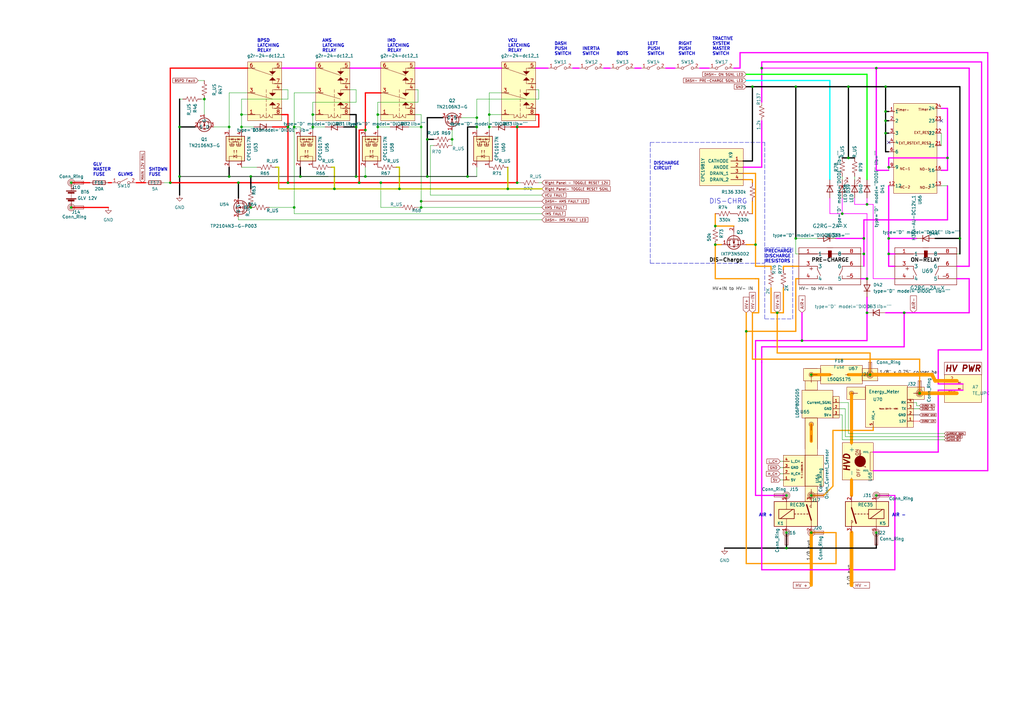
<source format=kicad_sch>
(kicad_sch (version 20211123) (generator eeschema)
  (paper "A3")
  (junction (at 175.26 57.15))
  (junction (at 363.22 45.72))
  (junction (at 364.49 104.14))
  (junction (at 364.49 68.58))
  (junction (at 363.22 49.53))
  (junction (at 332.74 203.2))
  (junction (at 332.74 218.44))
  (junction (at 322.58 224.79))
  (junction (at 172.72 82.55))
  (junction (at 326.39 97.79))
  (junction (at 156.21 74.93))
  (junction (at 93.98 72.39))
  (junction (at 308.61 35.56))
  (junction (at 200.66 52.07))
  (junction (at 363.22 54.61))
  (junction (at 97.79 74.93))
  (junction (at 347.98 35.56))
  (junction (at 147.32 74.93))
  (junction (at 345.44 87.63))
  (junction (at 175.26 72.39))
  (junction (at 355.6 114.3))
  (junction (at 356.87 153.67))
  (junction (at 29.21 74.93))
  (junction (at 99.06 52.07))
  (junction (at 332.74 153.67))
  (junction (at 318.77 128.27))
  (junction (at 195.58 48.26))
  (junction (at 212.09 74.93))
  (junction (at 102.87 85.09))
  (junction (at 195.58 52.07))
  (junction (at 83.82 40.64))
  (junction (at 312.42 27.94))
  (junction (at 128.27 46.99))
  (junction (at 73.66 72.39))
  (junction (at 123.19 72.39))
  (junction (at 377.19 161.29))
  (junction (at 322.58 203.2))
  (junction (at 185.42 57.15))
  (junction (at 149.86 72.39))
  (junction (at 364.49 97.79))
  (junction (at 172.72 85.09))
  (junction (at 120.65 52.07))
  (junction (at 102.87 72.39))
  (junction (at 322.58 218.44))
  (junction (at 172.72 52.07))
  (junction (at 306.07 135.89))
  (junction (at 359.41 218.44))
  (junction (at 163.83 77.47))
  (junction (at 149.86 53.34))
  (junction (at 328.93 139.7))
  (junction (at 93.98 52.07))
  (junction (at 212.09 52.07))
  (junction (at 73.66 52.07))
  (junction (at 191.77 72.39))
  (junction (at 146.05 52.07))
  (junction (at 363.22 35.56))
  (junction (at 309.88 100.33))
  (junction (at 354.33 104.14))
  (junction (at 99.06 46.99))
  (junction (at 293.37 100.33))
  (junction (at 137.16 77.47))
  (junction (at 69.85 74.93))
  (junction (at 355.6 83.82))
  (junction (at 154.94 46.99))
  (junction (at 388.62 64.77))
  (junction (at 128.27 52.07))
  (junction (at 118.11 74.93))
  (junction (at 120.65 85.09))
  (junction (at 347.98 64.77))
  (junction (at 355.6 128.27))
  (junction (at 359.41 27.94))
  (junction (at 393.7 97.79))
  (junction (at 154.94 52.07))
  (junction (at 359.41 203.2))
  (junction (at 200.66 46.99))
  (junction (at 354.33 97.79))
  (junction (at 326.39 35.56))
  (junction (at 118.11 52.07))
  (junction (at 29.21 85.09))
  (junction (at 146.05 72.39))
  (junction (at 208.28 77.47))
  (junction (at 293.37 92.71))
  (junction (at 370.84 128.27))
  (no_connect (at 386.08 49.53))
  (no_connect (at 364.49 58.42))
  (wire (pts (xy 163.83 77.47) (xy 208.28 77.47)) (stroke (width 0.508) (color 194 194 0 1)))
  (wire (pts (xy 345.44 170.18) (xy 344.17 170.18)))
  (wire (pts (xy 320.04 194.31) (xy 321.31 194.31)))
  (wire (pts (xy 316.23 110.49) (xy 316.23 109.22)) (stroke (width 0.508) (color 255 153 0 1)))
  (wire (pts (xy 293.37 100.33) (xy 295.91 100.33)) (stroke (width 0.5) (color 255 153 0 1)))
  (wire (pts (xy 344.17 167.64) (xy 346.71 167.64)))
  (wire (pts (xy 375.92 166.37) (xy 377.19 166.37)))
  (wire (pts (xy 350.52 81.28) (xy 350.52 83.82)) (stroke (width 0.254) (color 255 0 255 1)))
  (wire (pts (xy 358.14 176.53) (xy 358.14 175.26)) (stroke (width 0.508) (color 255 153 0 1)))
  (wire (pts (xy 143.51 27.94) (xy 156.21 27.94)) (stroke (width 0.508) (color 255 0 255 1)))
  (wire (pts (xy 220.98 52.07) (xy 220.98 46.99)) (stroke (width 0.508) (color 255 0 0 1)))
  (wire (pts (xy 102.87 72.39) (xy 123.19 72.39)) (stroke (width 0.25) (color 0 0 0 1)))
  (wire (pts (xy 359.41 218.44) (xy 359.41 224.79)) (stroke (width 0.508) (color 0 0 0 1)))
  (wire (pts (xy 309.88 114.3) (xy 293.37 114.3)) (stroke (width 0.5) (color 255 153 0 1)))
  (wire (pts (xy 154.94 52.07) (xy 160.02 52.07)))
  (wire (pts (xy 154.94 46.99) (xy 156.21 46.99)))
  (wire (pts (xy 220.98 74.93) (xy 222.25 74.93)))
  (wire (pts (xy 200.66 38.1) (xy 200.66 46.99)))
  (wire (pts (xy 123.19 72.39) (xy 146.05 72.39)) (stroke (width 0.25) (color 0 0 0 1)))
  (wire (pts (xy 303.53 21.59) (xy 405.13 21.59)) (stroke (width 0.5) (color 255 0 255 1)))
  (wire (pts (xy 97.79 90.17) (xy 222.25 90.17)))
  (wire (pts (xy 114.3 68.58) (xy 113.03 68.58)) (stroke (width 0.508) (color 194 194 0 1)))
  (wire (pts (xy 328.93 139.7) (xy 309.88 139.7)) (stroke (width 0.5) (color 255 0 255 1)))
  (wire (pts (xy 300.99 92.71) (xy 293.37 92.71)) (stroke (width 0.5) (color 255 153 0 1)))
  (wire (pts (xy 120.65 38.1) (xy 120.65 52.07)))
  (wire (pts (xy 175.26 72.39) (xy 191.77 72.39)) (stroke (width 0.25) (color 0 0 0 1)))
  (wire (pts (xy 149.86 68.58) (xy 149.86 72.39)))
  (wire (pts (xy 156.21 85.09) (xy 163.83 85.09)))
  (wire (pts (xy 309.88 139.7) (xy 309.88 203.2)) (stroke (width 0.5) (color 255 0 255 1)))
  (wire (pts (xy 363.22 49.53) (xy 363.22 50.8)))
  (wire (pts (xy 367.03 109.22) (xy 364.49 109.22)) (stroke (width 0.508) (color 255 0 255 1)))
  (wire (pts (xy 363.22 49.53) (xy 364.49 49.53)) (stroke (width 0.508) (color 0 0 0 1)))
  (wire (pts (xy 341.63 176.53) (xy 358.14 176.53)) (stroke (width 0.5) (color 255 153 0 1)))
  (wire (pts (xy 143.51 36.83) (xy 146.05 36.83)))
  (wire (pts (xy 137.16 77.47) (xy 163.83 77.47)) (stroke (width 0.508) (color 194 194 0 1)))
  (wire (pts (xy 195.58 48.26) (xy 195.58 52.07)))
  (wire (pts (xy 363.22 49.53) (xy 363.22 54.61)) (stroke (width 0.508) (color 0 0 0 1)))
  (wire (pts (xy 345.44 170.18) (xy 345.44 180.34)))
  (wire (pts (xy 370.84 128.27) (xy 397.51 128.27)) (stroke (width 0.508) (color 255 0 255 1)))
  (wire (pts (xy 118.11 46.99) (xy 118.11 52.07)) (stroke (width 0.508) (color 255 0 0 1)))
  (wire (pts (xy 332.74 218.44) (xy 332.74 240.03)) (stroke (width 1.27) (color 255 153 0 1)))
  (wire (pts (xy 147.32 74.93) (xy 156.21 74.93)) (stroke (width 0.508) (color 255 0 0 1)))
  (wire (pts (xy 306.07 100.33) (xy 309.88 100.33)) (stroke (width 0.5) (color 255 153 0 1)))
  (wire (pts (xy 326.39 114.3) (xy 326.39 135.89)) (stroke (width 0.508) (color 255 153 0 1)))
  (wire (pts (xy 83.82 33.02) (xy 81.28 33.02)))
  (wire (pts (xy 189.23 48.26) (xy 195.58 48.26)))
  (wire (pts (xy 44.45 74.93) (xy 45.72 74.93)) (stroke (width 0.508) (color 255 0 0 1)))
  (wire (pts (xy 195.58 52.07) (xy 191.77 52.07)) (stroke (width 0.508) (color 0 0 0 1)))
  (wire (pts (xy 311.15 114.3) (xy 311.15 128.27)) (stroke (width 0.508) (color 255 153 0 1)))
  (wire (pts (xy 326.39 114.3) (xy 327.66 114.3)) (stroke (width 0.508) (color 255 153 0 1)))
  (wire (pts (xy 349.25 161.29) (xy 349.25 181.61)) (stroke (width 1.27) (color 255 153 0 1)))
  (wire (pts (xy 99.06 52.07) (xy 104.14 52.07)))
  (wire (pts (xy 392.43 114.3) (xy 397.51 114.3)) (stroke (width 0.508) (color 255 0 255 1)))
  (wire (pts (xy 388.62 64.77) (xy 388.62 69.85)) (stroke (width 0.508) (color 255 0 255 1)))
  (wire (pts (xy 149.86 53.34) (xy 147.32 53.34)) (stroke (width 0.508) (color 255 0 0 1)))
  (wire (pts (xy 312.42 49.53) (xy 312.42 68.58)) (stroke (width 0.5) (color 255 0 255 1)))
  (wire (pts (xy 316.23 118.11) (xy 316.23 128.27)) (stroke (width 0.508) (color 255 153 0 1)))
  (polyline (pts (xy 266.7 58.42) (xy 266.7 107.95)))
  (polyline (pts (xy 313.69 130.81) (xy 325.12 130.81)))
  (wire (pts (xy 128.27 52.07) (xy 133.35 52.07)))
  (wire (pts (xy 93.98 68.58) (xy 93.98 72.39)) (stroke (width 0.508) (color 0 0 0 1)))
  (wire (pts (xy 350.52 73.66) (xy 350.52 72.39)))
  (wire (pts (xy 137.16 68.58) (xy 137.16 77.47)) (stroke (width 0.508) (color 194 194 0 1)))
  (wire (pts (xy 171.45 41.91) (xy 154.94 41.91)))
  (wire (pts (xy 114.3 68.58) (xy 114.3 77.47)) (stroke (width 0.508) (color 194 194 0 1)))
  (wire (pts (xy 93.98 38.1) (xy 101.6 38.1)))
  (wire (pts (xy 99.06 46.99) (xy 99.06 52.07)))
  (wire (pts (xy 175.26 57.15) (xy 175.26 72.39)) (stroke (width 0.508) (color 0 0 0 1)))
  (wire (pts (xy 44.45 85.09) (xy 29.21 85.09)) (stroke (width 0.508) (color 255 0 0 1)))
  (wire (pts (xy 363.22 62.23) (xy 364.49 62.23)) (stroke (width 0.508) (color 0 0 0 1)))
  (polyline (pts (xy 325.12 130.81) (xy 325.12 101.6)))
  (wire (pts (xy 374.65 172.72) (xy 377.19 172.72)) (stroke (width 0) (color 255 0 0 1)))
  (wire (pts (xy 363.22 54.61) (xy 363.22 62.23)) (stroke (width 0.508) (color 0 0 0 1)))
  (wire (pts (xy 359.41 203.2) (xy 367.03 203.2)) (stroke (width 0.4) (color 255 0 255 1)))
  (wire (pts (xy 73.66 52.07) (xy 80.01 52.07)) (stroke (width 0.508) (color 0 0 0 1)))
  (wire (pts (xy 212.09 74.93) (xy 213.36 74.93)))
  (wire (pts (xy 200.66 52.07) (xy 201.93 52.07)))
  (wire (pts (xy 386.08 54.61) (xy 386.08 59.69)))
  (wire (pts (xy 347.98 165.1) (xy 347.98 177.8)))
  (wire (pts (xy 405.13 21.59) (xy 405.13 193.04)) (stroke (width 0.5) (color 255 0 255 1)))
  (wire (pts (xy 29.21 74.93) (xy 36.83 74.93)) (stroke (width 0.508) (color 255 0 0 1)))
  (wire (pts (xy 347.98 35.56) (xy 326.39 35.56)) (stroke (width 0.508) (color 0 0 0 1)))
  (wire (pts (xy 388.62 76.2) (xy 386.08 76.2)))
  (wire (pts (xy 55.88 74.93) (xy 59.69 74.93)) (stroke (width 0.508) (color 255 0 0 1)))
  (wire (pts (xy 355.6 121.92) (xy 355.6 128.27)) (stroke (width 0.508) (color 255 0 255 1)))
  (wire (pts (xy 322.58 224.79) (xy 322.58 218.44)) (stroke (width 0.508) (color 0 0 0 1)))
  (wire (pts (xy 181.61 48.26) (xy 175.26 48.26)) (stroke (width 0.508) (color 0 0 0 1)))
  (wire (pts (xy 308.61 35.56) (xy 326.39 35.56)) (stroke (width 0.508) (color 0 0 0 1)))
  (wire (pts (xy 382.27 153.67) (xy 383.54 156.21)) (stroke (width 1.5) (color 255 153 0 1)))
  (wire (pts (xy 176.53 59.69) (xy 177.8 59.69)))
  (wire (pts (xy 397.51 27.94) (xy 359.41 27.94)) (stroke (width 0.508) (color 255 0 255 1)))
  (wire (pts (xy 355.6 87.63) (xy 355.6 114.3)) (stroke (width 0.254) (color 255 0 255 1)))
  (wire (pts (xy 93.98 72.39) (xy 102.87 72.39)) (stroke (width 0.25) (color 0 0 0 1)))
  (wire (pts (xy 320.04 189.23) (xy 321.31 189.23)))
  (wire (pts (xy 356.87 153.67) (xy 382.27 153.67)) (stroke (width 1.5) (color 255 153 0 1)))
  (wire (pts (xy 128.27 46.99) (xy 129.54 46.99)))
  (wire (pts (xy 73.66 72.39) (xy 93.98 72.39)) (stroke (width 0.25) (color 0 0 0 1)))
  (wire (pts (xy 101.6 46.99) (xy 99.06 46.99)))
  (wire (pts (xy 344.17 165.1) (xy 347.98 165.1)))
  (wire (pts (xy 128.27 52.07) (xy 128.27 53.34)))
  (wire (pts (xy 320.04 191.77) (xy 321.31 191.77)))
  (wire (pts (xy 304.8 68.58) (xy 312.42 68.58)) (stroke (width 0.5) (color 255 0 255 1)))
  (wire (pts (xy 128.27 46.99) (xy 128.27 52.07)))
  (wire (pts (xy 306.07 35.56) (xy 308.61 35.56)) (stroke (width 0.508) (color 0 0 0 1)))
  (wire (pts (xy 359.41 27.94) (xy 359.41 69.85)) (stroke (width 0.508) (color 255 0 255 1)))
  (wire (pts (xy 388.62 69.85) (xy 386.08 69.85)) (stroke (width 0.508) (color 255 0 255 1)))
  (wire (pts (xy 74.93 40.64) (xy 73.66 40.64)))
  (wire (pts (xy 191.77 52.07) (xy 191.77 72.39)) (stroke (width 0.508) (color 0 0 0 1)))
  (wire (pts (xy 120.65 87.63) (xy 222.25 87.63)))
  (wire (pts (xy 105.41 68.58) (xy 99.06 68.58)))
  (wire (pts (xy 171.45 36.83) (xy 171.45 41.91)))
  (wire (pts (xy 320.04 196.85) (xy 321.31 196.85)))
  (wire (pts (xy 322.58 224.79) (xy 359.41 224.79)) (stroke (width 0.508) (color 0 0 0 1)))
  (wire (pts (xy 375.92 165.1) (xy 374.65 165.1)))
  (wire (pts (xy 347.98 35.56) (xy 347.98 64.77)) (stroke (width 0.508) (color 0 0 0 1)))
  (wire (pts (xy 354.33 97.79) (xy 342.9 97.79)) (stroke (width 0.508) (color 255 0 255 1)))
  (wire (pts (xy 205.74 38.1) (xy 200.66 38.1)))
  (wire (pts (xy 118.11 52.07) (xy 118.11 74.93)) (stroke (width 0.508) (color 255 0 0 1)))
  (wire (pts (xy 312.42 142.24) (xy 312.42 148.59)) (stroke (width 0.508) (color 255 0 255 1)))
  (wire (pts (xy 370.84 142.24) (xy 312.42 142.24)) (stroke (width 0.508) (color 255 0 255 1)))
  (wire (pts (xy 102.87 72.39) (xy 102.87 77.47)) (stroke (width 0.508) (color 0 0 0 1)))
  (wire (pts (xy 364.49 68.58) (xy 364.49 69.85)))
  (wire (pts (xy 195.58 48.26) (xy 195.58 40.64)))
  (wire (pts (xy 195.58 68.58) (xy 195.58 72.39)))
  (wire (pts (xy 309.88 109.22) (xy 316.23 109.22)) (stroke (width 0.508) (color 255 153 0 1)))
  (wire (pts (xy 306.07 30.48) (xy 355.6 30.48)) (stroke (width 0.508) (color 0 255 0 1)))
  (wire (pts (xy 355.6 30.48) (xy 355.6 73.66)) (stroke (width 0.508) (color 0 255 0 1)))
  (wire (pts (xy 308.61 147.32) (xy 377.19 147.32)) (stroke (width 0.5) (color 255 153 0 1)))
  (wire (pts (xy 247.65 27.94) (xy 250.19 27.94)) (stroke (width 0.508) (color 255 0 255 1)))
  (wire (pts (xy 69.85 27.94) (xy 101.6 27.94)) (stroke (width 0.508) (color 255 0 0 1)))
  (wire (pts (xy 374.65 167.64) (xy 377.19 167.64)))
  (wire (pts (xy 347.98 153.67) (xy 356.87 153.67)) (stroke (width 1.27) (color 255 153 0 1)))
  (wire (pts (xy 388.62 44.45) (xy 386.08 44.45)) (stroke (width 0.508) (color 255 0 255 1)))
  (wire (pts (xy 364.49 68.58) (xy 364.49 64.77)) (stroke (width 0.508) (color 255 0 255 1)))
  (wire (pts (xy 363.22 45.72) (xy 363.22 49.53)) (stroke (width 0.508) (color 0 0 0 1)))
  (wire (pts (xy 200.66 52.07) (xy 200.66 53.34)))
  (wire (pts (xy 375.92 166.37) (xy 375.92 165.1)))
  (wire (pts (xy 303.53 27.94) (xy 303.53 21.59)) (stroke (width 0.5) (color 255 0 255 1)))
  (wire (pts (xy 363.22 45.72) (xy 364.49 45.72)) (stroke (width 0.508) (color 0 0 0 1)))
  (wire (pts (xy 306.07 128.27) (xy 306.07 135.89)) (stroke (width 0.508) (color 255 153 0 1)))
  (wire (pts (xy 120.65 87.63) (xy 120.65 85.09)))
  (wire (pts (xy 358.14 185.42) (xy 384.81 185.42)) (stroke (width 0.508) (color 255 0 255 1)))
  (wire (pts (xy 384.81 160.02) (xy 394.97 160.02)) (stroke (width 0.508) (color 255 0 255 1)))
  (wire (pts (xy 156.21 38.1) (xy 149.86 38.1)) (stroke (width 0.508) (color 255 0 0 1)))
  (wire (pts (xy 367.03 104.14) (xy 364.49 104.14)) (stroke (width 0.508) (color 255 0 255 1)))
  (wire (pts (xy 123.19 52.07) (xy 123.19 53.34)))
  (wire (pts (xy 293.37 114.3) (xy 293.37 100.33)) (stroke (width 0.5) (color 255 153 0 1)))
  (wire (pts (xy 208.28 68.58) (xy 208.28 77.47)) (stroke (width 0.508) (color 194 194 0 1)))
  (wire (pts (xy 402.59 25.4) (xy 312.42 25.4)) (stroke (width 0.5) (color 255 0 255 1)))
  (wire (pts (xy 364.49 104.14) (xy 364.49 109.22)) (stroke (width 0.508) (color 255 0 255 1)))
  (wire (pts (xy 355.6 114.3) (xy 353.06 114.3)) (stroke (width 0.508) (color 255 0 255 1)))
  (wire (pts (xy 115.57 46.99) (xy 118.11 46.99)) (stroke (width 0.508) (color 255 0 0 1)))
  (wire (pts (xy 388.62 90.17) (xy 388.62 76.2)) (stroke (width 0.508) (color 255 0 255 1)))
  (wire (pts (xy 146.05 46.99) (xy 143.51 46.99)) (stroke (width 0.508) (color 0 0 0 1)))
  (wire (pts (xy 358.14 83.82) (xy 358.14 114.3)) (stroke (width 0.254) (color 255 0 255 1)))
  (wire (pts (xy 326.39 104.14) (xy 326.39 97.79)))
  (wire (pts (xy 312.42 27.94) (xy 312.42 41.91)) (stroke (width 0.5) (color 255 0 255 1)))
  (wire (pts (xy 355.6 81.28) (xy 355.6 83.82)) (stroke (width 0.254) (color 255 0 255 1)))
  (wire (pts (xy 364.49 76.2) (xy 364.49 97.79)) (stroke (width 0.508) (color 255 0 255 1)))
  (wire (pts (xy 355.6 87.63) (xy 345.44 87.63)) (stroke (width 0.254) (color 255 0 255 1)))
  (wire (pts (xy 118.11 52.07) (xy 111.76 52.07)) (stroke (width 0.508) (color 255 0 0 1)))
  (wire (pts (xy 219.71 46.99) (xy 220.98 46.99)) (stroke (width 0.508) (color 255 0 0 1)))
  (wire (pts (xy 195.58 53.34) (xy 195.58 52.07)))
  (wire (pts (xy 312.42 27.94) (xy 359.41 27.94)) (stroke (width 0.35) (color 255 0 255 1)))
  (polyline (pts (xy 266.7 107.95) (xy 313.69 107.95)))
  (wire (pts (xy 311.15 114.3) (xy 309.88 114.3)) (stroke (width 0.508) (color 255 153 0 1)))
  (wire (pts (xy 304.8 71.12) (xy 309.88 71.12)) (stroke (width 0.5) (color 255 153 0 1)))
  (wire (pts (xy 342.9 218.44) (xy 342.9 231.14)) (stroke (width 0.508) (color 255 153 0 1)))
  (wire (pts (xy 73.66 52.07) (xy 73.66 72.39)) (stroke (width 0.508) (color 0 0 0 1)))
  (wire (pts (xy 176.53 80.01) (xy 222.25 80.01)))
  (wire (pts (xy 167.64 52.07) (xy 172.72 52.07)))
  (wire (pts (xy 353.06 109.22) (xy 354.33 109.22)))
  (wire (pts (xy 394.97 157.48) (xy 384.81 157.48)) (stroke (width 0.508) (color 255 0 255 1)))
  (wire (pts (xy 358.14 193.04) (xy 405.13 193.04)) (stroke (width 0.5) (color 255 0 255 1)))
  (wire (pts (xy 191.77 72.39) (xy 195.58 72.39)) (stroke (width 0.25) (color 0 0 0 1)))
  (wire (pts (xy 308.61 87.63) (xy 308.61 82.55)) (stroke (width 0.5) (color 255 153 0 1)))
  (wire (pts (xy 308.61 73.66) (xy 304.8 73.66)) (stroke (width 0.5) (color 255 153 0 1)))
  (wire (pts (xy 402.59 25.4) (xy 402.59 143.51)) (stroke (width 0.5) (color 255 0 255 1)))
  (polyline (pts (xy 266.7 58.42) (xy 313.69 58.42)))
  (wire (pts (xy 118.11 36.83) (xy 115.57 36.83)))
  (wire (pts (xy 99.06 40.64) (xy 118.11 40.64)))
  (wire (pts (xy 110.49 85.09) (xy 120.65 85.09)))
  (wire (pts (xy 99.06 52.07) (xy 99.06 53.34)))
  (wire (pts (xy 354.33 104.14) (xy 353.06 104.14)))
  (wire (pts (xy 393.7 97.79) (xy 383.54 97.79)) (stroke (width 0.508) (color 0 0 0 1)))
  (wire (pts (xy 200.66 46.99) (xy 200.66 52.07)))
  (wire (pts (xy 115.57 27.94) (xy 129.54 27.94)) (stroke (width 0.508) (color 255 0 255 1)))
  (wire (pts (xy 172.72 82.55) (xy 222.25 82.55)) (stroke (width 0) (color 132 0 0 1)))
  (wire (pts (xy 154.94 41.91) (xy 154.94 46.99)))
  (wire (pts (xy 147.32 53.34) (xy 147.32 74.93)) (stroke (width 0.508) (color 255 0 0 1)))
  (wire (pts (xy 306.07 135.89) (xy 306.07 231.14)) (stroke (width 0.508) (color 255 153 0 1)))
  (wire (pts (xy 273.05 27.94) (xy 276.86 27.94)) (stroke (width 0.508) (color 255 0 255 1)))
  (wire (pts (xy 163.83 68.58) (xy 163.83 77.47)) (stroke (width 0.508) (color 194 194 0 1)))
  (wire (pts (xy 149.86 38.1) (xy 149.86 53.34)) (stroke (width 0.508) (color 255 0 0 1)))
  (wire (pts (xy 123.19 72.39) (xy 134.62 72.39)))
  (wire (pts (xy 219.71 36.83) (xy 220.98 36.83)))
  (wire (pts (xy 341.63 176.53) (xy 341.63 199.39)) (stroke (width 0.508) (color 255 153 0 1)))
  (wire (pts (xy 321.31 109.22) (xy 327.66 109.22)) (stroke (width 0.508) (color 255 153 0 1)))
  (wire (pts (xy 73.66 40.64) (xy 73.66 52.07)) (stroke (width 0.508) (color 0 0 0 1)))
  (wire (pts (xy 332.74 203.2) (xy 337.82 203.2)) (stroke (width 0.508) (color 255 153 0 1)))
  (wire (pts (xy 377.19 161.29) (xy 392.43 161.29)) (stroke (width 1.5) (color 255 153 0 1)))
  (wire (pts (xy 293.37 87.63) (xy 293.37 92.71)) (stroke (width 0.5) (color 255 153 0 1)))
  (wire (pts (xy 83.82 40.64) (xy 83.82 46.99)))
  (wire (pts (xy 128.27 41.91) (xy 128.27 46.99)))
  (wire (pts (xy 377.19 147.32) (xy 377.19 161.29)) (stroke (width 0.5) (color 255 153 0 1)))
  (wire (pts (xy 120.65 52.07) (xy 123.19 52.07)))
  (wire (pts (xy 212.09 52.07) (xy 212.09 74.93)) (stroke (width 0.508) (color 255 0 0 1)))
  (wire (pts (xy 318.77 128.27) (xy 321.31 128.27)) (stroke (width 0.508) (color 255 153 0 1)))
  (wire (pts (xy 120.65 52.07) (xy 120.65 85.09)))
  (wire (pts (xy 146.05 41.91) (xy 128.27 41.91)))
  (wire (pts (xy 363.22 35.56) (xy 363.22 45.72)) (stroke (width 0.508) (color 0 0 0 1)))
  (wire (pts (xy 393.7 35.56) (xy 363.22 35.56)) (stroke (width 0.508) (color 0 0 0 1)))
  (wire (pts (xy 118.11 74.93) (xy 97.79 74.93)) (stroke (width 0.508) (color 255 0 0 1)))
  (wire (pts (xy 318.77 128.27) (xy 316.23 128.27)) (stroke (width 0.508) (color 255 153 0 1)))
  (wire (pts (xy 140.97 52.07) (xy 146.05 52.07)) (stroke (width 0.508) (color 0 0 0 1)))
  (wire (pts (xy 354.33 109.22) (xy 354.33 104.14)) (stroke (width 0.508) (color 255 0 255 1)))
  (wire (pts (xy 149.86 72.39) (xy 175.26 72.39)) (stroke (width 0.25) (color 0 0 0 1)))
  (wire (pts (xy 370.84 128.27) (xy 370.84 142.24)) (stroke (width 0.508) (color 255 0 255 1)))
  (wire (pts (xy 349.25 196.85) (xy 349.25 203.2)) (stroke (width 1.27) (color 255 153 0 1)))
  (wire (pts (xy 349.25 218.44) (xy 349.25 240.03)) (stroke (width 1.5) (color 255 153 0 1)))
  (wire (pts (xy 332.74 173.99) (xy 332.74 180.975)) (stroke (width 1.27) (color 255 153 0 1)))
  (wire (pts (xy 327.66 104.14) (xy 326.39 104.14)))
  (wire (pts (xy 342.9 231.14) (xy 306.07 231.14)) (stroke (width 0.508) (color 255 153 0 1)))
  (wire (pts (xy 347.98 177.8) (xy 387.35 177.8)))
  (polyline (pts (xy 313.69 107.95) (xy 313.69 58.42)))
  (wire (pts (xy 346.71 167.64) (xy 346.71 179.07)))
  (wire (pts (xy 69.85 74.93) (xy 69.85 27.94)) (stroke (width 0.508) (color 255 0 0 1)))
  (wire (pts (xy 309.88 203.2) (xy 322.58 203.2)) (stroke (width 0.5) (color 255 0 255 1)))
  (wire (pts (xy 356.87 144.78) (xy 356.87 153.67)) (stroke (width 0.508) (color 255 153 0 1)))
  (polyline (pts (xy 313.69 101.6) (xy 313.69 130.81)))
  (wire (pts (xy 308.61 128.27) (xy 308.61 147.32)) (stroke (width 0.508) (color 255 153 0 1)))
  (wire (pts (xy 363.22 128.27) (xy 370.84 128.27)) (stroke (width 0.508) (color 255 0 255 1)))
  (wire (pts (xy 123.19 68.58) (xy 123.19 72.39)) (stroke (width 0.508) (color 0 0 0 1)))
  (wire (pts (xy 328.93 139.7) (xy 355.6 139.7)) (stroke (width 0.508) (color 255 0 255 1)))
  (wire (pts (xy 146.05 52.07) (xy 146.05 46.99)) (stroke (width 0.508) (color 0 0 0 1)))
  (wire (pts (xy 200.66 46.99) (xy 205.74 46.99)))
  (wire (pts (xy 308.61 35.56) (xy 308.61 66.04)) (stroke (width 0.5) (color 0 0 0 1)))
  (wire (pts (xy 73.66 72.39) (xy 73.66 80.01)) (stroke (width 0.508) (color 0 0 0 1)))
  (wire (pts (xy 367.03 233.68) (xy 367.03 203.2)) (stroke (width 0.5) (color 255 0 255 1)))
  (wire (pts (xy 172.72 82.55) (xy 172.72 52.07)))
  (wire (pts (xy 97.79 74.93) (xy 97.79 81.28)) (stroke (width 0.508) (color 0 0 0 1)))
  (wire (pts (xy 172.72 85.09) (xy 222.25 85.09)))
  (wire (pts (xy 172.72 46.99) (xy 170.18 46.99)))
  (wire (pts (xy 118.11 40.64) (xy 118.11 36.83)))
  (wire (pts (xy 363.22 35.56) (xy 347.98 35.56)) (stroke (width 0.508) (color 0 0 0 1)))
  (wire (pts (xy 83.82 40.64) (xy 82.55 40.64)))
  (wire (pts (xy 87.63 52.07) (xy 93.98 52.07)))
  (wire (pts (xy 350.52 64.77) (xy 347.98 64.77)) (stroke (width 0.508) (color 0 0 0 1)))
  (wire (pts (xy 170.18 27.94) (xy 205.74 27.94)) (stroke (width 0.508) (color 255 0 255 1)))
  (wire (pts (xy 146.05 72.39) (xy 149.86 72.39)) (stroke (width 0.25) (color 0 0 0 1)))
  (wire (pts (xy 170.18 36.83) (xy 171.45 36.83)))
  (wire (pts (xy 393.7 35.56) (xy 393.7 97.79)) (stroke (width 0.508) (color 0 0 0 1)))
  (wire (pts (xy 328.93 128.27) (xy 328.93 139.7)) (stroke (width 0.5) (color 255 0 255 1)))
  (wire (pts (xy 345.44 180.34) (xy 387.35 180.34)))
  (wire (pts (xy 393.7 104.14) (xy 392.43 104.14)))
  (wire (pts (xy 175.26 72.39) (xy 191.77 72.39)))
  (wire (pts (xy 393.7 97.79) (xy 393.7 104.14)) (stroke (width 0.508) (color 0 0 0 1)))
  (wire (pts (xy 384.81 143.51) (xy 402.59 143.51)) (stroke (width 0.5) (color 255 0 255 1)))
  (wire (pts (xy 156.21 74.93) (xy 212.09 74.93)) (stroke (width 0.508) (color 255 0 0 1)))
  (wire (pts (xy 154.94 46.99) (xy 154.94 52.07)))
  (wire (pts (xy 340.36 81.28) (xy 340.36 87.63)) (stroke (width 0.254) (color 255 0 255 1)))
  (wire (pts (xy 300.99 27.94) (xy 303.53 27.94)) (stroke (width 0.5) (color 255 0 255 1)))
  (wire (pts (xy 364.49 64.77) (xy 388.62 64.77)) (stroke (width 0.508) (color 255 0 255 1)))
  (wire (pts (xy 304.8 66.04) (xy 308.61 66.04)) (stroke (width 0.5) (color 0 0 0 1)))
  (wire (pts (xy 397.51 27.94) (xy 397.51 109.22)) (stroke (width 0.508) (color 255 0 255 1)))
  (wire (pts (xy 332.74 218.44) (xy 342.9 218.44)) (stroke (width 0.5) (color 255 153 0 1)))
  (wire (pts (xy 154.94 52.07) (xy 154.94 53.34)))
  (wire (pts (xy 209.55 52.07) (xy 212.09 52.07)) (stroke (width 0.508) (color 255 0 0 1)))
  (wire (pts (xy 388.62 90.17) (xy 354.33 90.17)) (stroke (width 0.508) (color 255 0 255 1)))
  (wire (pts (xy 146.05 36.83) (xy 146.05 41.91)))
  (wire (pts (xy 397.51 114.3) (xy 397.51 128.27)) (stroke (width 0.508) (color 255 0 255 1)))
  (wire (pts (xy 306.07 135.89) (xy 326.39 135.89)) (stroke (width 0.508) (color 255 153 0 1)))
  (wire (pts (xy 364.49 69.85) (xy 359.41 69.85)) (stroke (width 0.508) (color 255 0 255 1)))
  (wire (pts (xy 309.88 71.12) (xy 309.88 100.33)) (stroke (width 0.5) (color 255 153 0 1)))
  (wire (pts (xy 332.74 154.305) (xy 332.74 153.67)))
  (wire (pts (xy 318.77 128.27) (xy 318.77 144.78)) (stroke (width 0.508) (color 255 153 0 1)))
  (wire (pts (xy 171.45 85.09) (xy 172.72 85.09)))
  (wire (pts (xy 392.43 156.21) (xy 383.54 156.21)) (stroke (width 1.5) (color 255 153 0 1)))
  (wire (pts (xy 337.82 203.2) (xy 341.63 199.39)) (stroke (width 0.508) (color 255 153 0 1)))
  (wire (pts (xy 306.07 33.02) (xy 340.36 33.02)) (stroke (width 0.508) (color 0 255 255 1)))
  (wire (pts (xy 321.31 118.11) (xy 321.31 128.27)) (stroke (width 0.508) (color 255 153 0 1)))
  (wire (pts (xy 345.44 81.28) (xy 345.44 87.63)) (stroke (width 0.254) (color 255 0 255 1)))
  (wire (pts (xy 97.79 90.17) (xy 97.79 88.9)))
  (wire (pts (xy 69.85 74.93) (xy 67.31 74.93)))
  (wire (pts (xy 175.26 57.15) (xy 177.8 57.15)) (stroke (width 0.508) (color 0 0 0 1)))
  (wire (pts (xy 99.06 40.64) (xy 99.06 46.99)))
  (wire (pts (xy 309.88 100.33) (xy 309.88 109.22)) (stroke (width 0.5) (color 255 153 0 1)))
  (wire (pts (xy 114.3 77.47) (xy 137.16 77.47)) (stroke (width 0.508) (color 194 194 0 1)))
  (wire (pts (xy 355.6 139.7) (xy 355.6 128.27)) (stroke (width 0.5) (color 255 0 255 1)))
  (wire (pts (xy 345.44 73.66) (xy 345.44 72.39)))
  (wire (pts (xy 384.81 143.51) (xy 384.81 157.48)) (stroke (width 0.508) (color 255 0 255 1)))
  (wire (pts (xy 375.92 97.79) (xy 364.49 97.79)) (stroke (width 0.508) (color 255 0 255 1)))
  (wire (pts (xy 162.56 68.58) (xy 163.83 68.58)) (stroke (width 0.508) (color 194 194 0 1)))
  (wire (pts (xy 260.35 27.94) (xy 262.89 27.94)) (stroke (width 0.508) (color 255 0 255 1)))
  (wire (pts (xy 388.62 64.77) (xy 388.62 44.45)) (stroke (width 0.508) (color 255 0 255 1)))
  (wire (pts (xy 347.98 64.77) (xy 345.44 64.77)) (stroke (width 0.508) (color 0 0 0 1)))
  (wire (pts (xy 129.54 38.1) (xy 120.65 38.1)))
  (wire (pts (xy 175.26 48.26) (xy 175.26 57.15)) (stroke (width 0.508) (color 0 0 0 1)))
  (wire (pts (xy 340.36 33.02) (xy 340.36 73.66)) (stroke (width 0.508) (color 0 255 255 1)))
  (wire (pts (xy 308.61 128.27) (xy 311.15 128.27)) (stroke (width 0.508) (color 255 153 0 1)))
  (wire (pts (xy 287.02 27.94) (xy 290.83 27.94)) (stroke (width 0.5) (color 255 0 255 1)))
  (wire (pts (xy 93.98 38.1) (xy 93.98 52.07)))
  (wire (pts (xy 156.21 74.93) (xy 156.21 85.09)))
  (wire (pts (xy 135.89 68.58) (xy 137.16 68.58)) (stroke (width 0.508) (color 194 194 0 1)))
  (wire (pts (xy 397.51 109.22) (xy 392.43 109.22)) (stroke (width 0.508) (color 255 0 255 1)))
  (wire (pts (xy 332.74 153.67) (xy 340.36 153.67)) (stroke (width 1.27) (color 255 153 0 1)))
  (wire (pts (xy 321.31 110.49) (xy 321.31 109.22)) (stroke (width 0.508) (color 255 153 0 1)))
  (wire (pts (xy 360.68 203.2) (xy 359.41 203.2)))
  (wire (pts (xy 346.71 179.07) (xy 387.35 179.07)))
  (wire (pts (xy 322.58 224.79) (xy 297.18 224.79)) (stroke (width 0.508) (color 0 0 0 1)))
  (polyline (pts (xy 313.69 101.6) (xy 325.12 101.6)))
  (wire (pts (xy 350.52 83.82) (xy 355.6 83.82)) (stroke (width 0.254) (color 255 0 255 1)))
  (wire (pts (xy 219.71 27.94) (xy 224.79 27.94)) (stroke (width 0.508) (color 255 0 255 1)))
  (wire (pts (xy 358.14 114.3) (xy 367.03 114.3)) (stroke (width 0.254) (color 255 0 255 1)))
  (wire (pts (xy 312.42 148.59) (xy 312.42 233.68)) (stroke (width 0.5) (color 255 0 255 1)))
  (wire (pts (xy 340.36 87.63) (xy 345.44 87.63)) (stroke (width 0.254) (color 255 0 255 1)))
  (wire (pts (xy 354.33 97.79) (xy 354.33 104.14)) (stroke (width 0.508) (color 255 0 255 1)))
  (wire (pts (xy 185.42 57.15) (xy 185.42 59.69)))
  (wire (pts (xy 69.85 74.93) (xy 97.79 74.93)) (stroke (width 0.508) (color 255 0 0 1)))
  (wire (pts (xy 318.77 144.78) (xy 356.87 144.78)) (stroke (width 0.508) (color 255 153 0 1)))
  (wire (pts (xy 172.72 82.55) (xy 172.72 85.09)))
  (wire (pts (xy 374.65 170.18) (xy 377.19 170.18)) (stroke (width 0) (color 0 0 0 1)))
  (wire (pts (xy 312.42 25.4) (xy 312.42 27.94)) (stroke (width 0.5) (color 255 0 255 1)))
  (wire (pts (xy 326.39 35.56) (xy 326.39 97.79)) (stroke (width 0.508) (color 0 0 0 1)))
  (wire (pts (xy 234.95 27.94) (xy 237.49 27.94)) (stroke (width 0.508) (color 255 0 255 1)))
  (wire (pts (xy 220.98 36.83) (xy 220.98 40.64)))
  (wire (pts (xy 354.33 90.17) (xy 354.33 97.79)) (stroke (width 0.508) (color 255 0 255 1)))
  (wire (pts (xy 220.98 40.64) (xy 195.58 40.64)))
  (wire (pts (xy 312.42 233.68) (xy 367.03 233.68)) (stroke (width 0.5) (color 255 0 255 1)))
  (wire (pts (xy 358.14 83.82) (xy 355.6 83.82)) (stroke (width 0.254) (color 255 0 255 1)))
  (wire (pts (xy 146.05 52.07) (xy 146.05 72.39)) (stroke (width 0.508) (color 0 0 0 1)))
  (wire (pts (xy 384.81 185.42) (xy 384.81 160.02)) (stroke (width 0.508) (color 255 0 255 1)))
  (wire (pts (xy 308.61 73.66) (xy 308.61 74.93)) (stroke (width 0.5) (color 255 153 0 1)))
  (wire (pts (xy 118.11 74.93) (xy 147.32 74.93)) (stroke (width 0.508) (color 255 0 0 1)))
  (wire (pts (xy 212.09 52.07) (xy 220.98 52.07)) (stroke (width 0.508) (color 255 0 0 1)))
  (wire (pts (xy 176.53 80.01) (xy 176.53 59.69)))
  (wire (pts (xy 364.49 97.79) (xy 364.49 104.14)) (stroke (width 0.508) (color 255 0 255 1)))
  (wire (pts (xy 185.42 53.34) (xy 185.42 57.15)))
  (wire (pts (xy 208.28 77.47) (xy 222.25 77.47)) (stroke (width 0.508) (color 194 194 0 1)))
  (wire (pts (xy 93.98 52.07) (xy 93.98 53.34)))
  (wire (pts (xy 335.28 97.79) (xy 326.39 97.79)))
  (wire (pts (xy 363.22 54.61) (xy 364.49 54.61)) (stroke (width 0.508) (color 0 0 0 1)))
  (wire (pts (xy 172.72 52.07) (xy 172.72 46.99)))
  (text "RIGHT\nPUSH\nSWITCH" (at 278.13 22.86 0) (effects (font (size 1.27 1.27) (thickness 0.254) bold) (justify left bottom)))
  (text "DIS-CHRG" (at 290.83 83.82 0) (effects (font (size 2 2)) (justify left bottom)))
  (text "IMD\nLATCHING\nRELAY" (at 158.75 21.59 0) (effects (font (size 1.27 1.27) (thickness 0.254) bold) (justify left bottom)))
  (text "BOTS" (at 252.73 22.86 0) (effects (font (size 1.27 1.27) (thickness 0.254) bold) (justify left bottom)))
  (text "TRACTIVE\nSYSTEM\nMASTER\nSWITCH" (at 292.1 22.86 0) (effects (font (size 1.27 1.27) (thickness 0.254) bold) (justify left bottom)))
  (text "AIR +" (at 311.15 212.09 0) (effects (font (size 1.27 1.27) (thickness 0.254) bold) (justify left bottom)))
  (text "PRECHARGE\nDISCHARGE\nRESISTORS" (at 313.69 107.95 0) (effects (font (size 1.27 1.27) (thickness 0.254) bold) (justify left bottom)))
  (text "DASH\nPUSH\nSWITCH" (at 227.33 22.86 0) (effects (font (size 1.27 1.27) (thickness 0.254) bold) (justify left bottom)))
  (text "LEFT\nPUSH\nSWITCH" (at 265.43 22.86 0) (effects (font (size 1.27 1.27) (thickness 0.254) bold) (justify left bottom)))
  (text "AIR -" (at 365.76 212.09 0) (effects (font (size 1.27 1.27) (thickness 0.254) bold) (justify left bottom)))
  (text "BPSD\nLATCHING\nRELAY" (at 105.41 21.59 0) (effects (font (size 1.27 1.27) (thickness 0.254) bold) (justify left bottom)))
  (text "VCU\nLATCHING\nRELAY" (at 208.28 21.59 0) (effects (font (size 1.27 1.27) (thickness 0.254) bold) (justify left bottom)))
  (text "SHTDWN\nFUSE" (at 60.96 72.39 0) (effects (font (size 1.27 1.27) (thickness 0.254) bold) (justify left bottom)))
  (text "AMS\nLATCHING\nRELAY" (at 132.08 21.59 0) (effects (font (size 1.27 1.27) (thickness 0.254) bold) (justify left bottom)))
  (text "GLV\nMASTER\nFUSE" (at 38.1 72.39 0) (effects (font (size 1.27 1.27) (thickness 0.254) bold) (justify left bottom)))
  (text "DISCHARGE\nCIRCUIT" (at 267.97 69.85 0) (effects (font (size 1.27 1.27) (thickness 0.254) bold) (justify left bottom)))
  (text "GLVMS" (at 48.26 72.39 0) (effects (font (size 1.27 1.27) (thickness 0.254) bold) (justify left bottom)))
  (text "INERTIA\nSWITCH" (at 238.76 22.86 0) (effects (font (size 1.27 1.27) (thickness 0.254) bold) (justify left bottom)))
  (label "PRE-CHARGE" (at 332.74 107.95 0) (effects (font (size 1.524 1.524) (thickness 0.3048) bold)))
  (label "1{slash}8\" x 0.75\" copper bar" (at 360.68 153.67 0))
  (label "ON-RELAY" (at 373.38 107.95 0) (effects (font (size 1.524 1.524) (thickness 0.3048) bold)))
  (label "1{slash}0 awg" (at 332.74 229.87 90))
  (label "HV- to HV-IN" (at 327.66 119.38 0))
  (label "HV+IN to HV- IN" (at 292.1 119.38 0))
  (label "1{slash}0 awg" (at 349.25 240.03 90))
  (label "DIS-Charge" (at 290.83 107.95 0) (effects (font (size 1.524 1.524) (thickness 0.3048) bold)))
  (global_label "DASH- IMS FAULT LED" (shape input) (at 222.25 90.17 0) (effects (font (size 1 1))) (property "Intersheet References" "${INTERSHEET_REFS}" (effects hide)))
  (global_label "Current GND" (shape input) (at 387.35 179.07 0) (effects (font (size 0.65 0.65))) (property "Intersheet References" "${INTERSHEET_REFS}" (effects hide)))
  (global_label "HV -" (shape input) (at 349.25 240.03 0) (property "Intersheet References" "${INTERSHEET_REFS}" (effects hide)))
  (global_label "AIR+" (shape input) (at 328.93 128.27 90) (property "Intersheet References" "${INTERSHEET_REFS}" (effects hide)))
  (global_label "HV+" (shape input) (at 306.07 128.27 90) (property "Intersheet References" "${INTERSHEET_REFS}" (effects hide)))
  (global_label "HV +" (shape input) (at 332.74 240.03 180) (property "Intersheet References" "${INTERSHEET_REFS}" (effects hide)))
  (global_label "GND" (shape input) (at 320.04 191.77 180) (effects (font (size 1 1))) (property "Intersheet References" "${INTERSHEET_REFS}" (effects hide)))
  (global_label "AIR-" (shape input) (at 374.65 128.27 90) (property "Intersheet References" "${INTERSHEET_REFS}" (effects hide)))
  (global_label "DASH- AMS FAULT LED" (shape input) (at 222.25 82.55 0) (effects (font (size 1 1))) (property "Intersheet References" "${INTERSHEET_REFS}" (effects hide)))
  (global_label "ENRGY RX" (shape input) (at 377.19 166.37 0) (effects (font (size 0.65 0.65))) (property "Intersheet References" "${INTERSHEET_REFS}" (effects hide)))
  (global_label "H_CH" (shape input) (at 320.04 194.31 180) (effects (font (size 1 1))) (property "Intersheet References" "${INTERSHEET_REFS}" (effects hide)))
  (global_label "ENRGY TX" (shape input) (at 377.19 167.64 0) (effects (font (size 0.65 0.65))) (property "Intersheet References" "${INTERSHEET_REFS}" (effects hide)))
  (global_label "IMS FAULT" (shape input) (at 222.25 87.63 0) (effects (font (size 1 1))) (property "Intersheet References" "${INTERSHEET_REFS}" (effects hide)))
  (global_label "HV+IN" (shape input) (at 318.77 128.27 90) (property "Intersheet References" "${INTERSHEET_REFS}" (effects hide)))
  (global_label "AMS FAULT" (shape input) (at 222.25 85.09 0) (effects (font (size 1 1))) (property "Intersheet References" "${INTERSHEET_REFS}" (effects hide)))
  (global_label "BSPD Fault" (shape input) (at 81.28 33.02 180) (effects (font (size 1 1))) (property "Intersheet References" "${INTERSHEET_REFS}" (effects hide)))
  (global_label "Right Panel - TOGGLE RESET 12V" (shape input) (at 222.25 74.93 0) (effects (font (size 1 1))) (property "Intersheet References" "${INTERSHEET_REFS}" (effects hide)))
  (global_label "Right Panel- TOGGLE RESET SGNL" (shape input) (at 222.25 77.47 0) (effects (font (size 1 1))) (property "Intersheet References" "${INTERSHEET_REFS}" (effects hide)))
  (global_label "ENRGY 12V" (shape input) (at 377.19 172.72 0) (effects (font (size 0.65 0.65))) (property "Intersheet References" "${INTERSHEET_REFS}" (effects hide)))
  (global_label "ENRGY GND" (shape input) (at 377.19 170.18 0) (effects (font (size 0.65 0.65))) (property "Intersheet References" "${INTERSHEET_REFS}" (effects hide)))
  (global_label "Current 5V" (shape input) (at 387.35 180.34 0) (effects (font (size 0.65 0.65))) (property "Intersheet References" "${INTERSHEET_REFS}" (effects hide)))
  (global_label "CURRENT SGNL" (shape input) (at 387.35 177.8 0) (effects (font (size 0.65 0.65))) (property "Intersheet References" "${INTERSHEET_REFS}" (effects hide)))
  (global_label "HV-IN" (shape input) (at 308.61 128.27 90) (property "Intersheet References" "${INTERSHEET_REFS}" (effects hide)))
  (global_label "VCU FAULT" (shape input) (at 222.25 80.01 0) (effects (font (size 1 1))) (property "Intersheet References" "${INTERSHEET_REFS}" (effects hide)))
  (global_label "5V" (shape input) (at 320.04 196.85 180) (effects (font (size 1 1))) (property "Intersheet References" "${INTERSHEET_REFS}" (effects hide)))
  (global_label "MAIN 12V RAIL" (shape input) (at 58.42 74.93 90) (effects (font (size 1 1))) (property "Intersheet References" "${INTERSHEET_REFS}" (effects hide)))
  (global_label "GND" (shape input) (at 306.07 35.56 180) (effects (font (size 1 1))) (property "Intersheet References" "${INTERSHEET_REFS}" (effects hide)))
  (global_label "DASH- PRE-CHARGE SGNL LED" (shape input) (at 306.07 33.02 180) (effects (font (size 1 1))) (property "Intersheet References" "${INTERSHEET_REFS}" (effects hide)))
  (global_label "DASH- ON SGNL LED" (shape input) (at 306.07 30.48 180) (effects (font (size 1 1))) (property "Intersheet References" "${INTERSHEET_REFS}" (effects hide)))
  (global_label "L_CH" (shape input) (at 320.04 189.23 180) (effects (font (size 1 1))) (property "Intersheet References" "${INTERSHEET_REFS}" (effects hide)))
  (symbol (lib_id "Device:R_US") (at 308.61 78.74 0) (mirror y) (unit 1)
    (property "Reference" "R136" (at 300.99 78.74 0) (effects (justify left)))
    (property "Value" "330k" (at 306.07 78.74 0) (effects (justify left)))
    (property "Footprint" "Resistor_THT:R_Axial_DIN0204_L3.6mm_D1.6mm_P5.08mm_Horizontal" (effects hide))
  )
  (symbol (lib_id "Device:R_US") (at 204.47 68.58 270) (mirror x) (unit 1)
    (property "Reference" "R71" (at 201.93 71.12 90) (effects (justify left)))
    (property "Value" "R_US" (at 204.47 66.04 90) (effects (justify left)))
    (property "Footprint" "Resistor_THT:R_Axial_DIN0204_L3.6mm_D1.6mm_P5.08mm_Horizontal" (effects hide))
  )
  (symbol (lib_id "FSAE DMS-23 Components:g2r-24-dc12_1") (at 137.16 49.53 0) (mirror x) (unit 1)
    (property "Reference" "U57" (effects hide))
    (property "Value" "g2r-24-dc12_1" (at 137.16 22.86 0))
    (property "Footprint" "FSAE_downloads:12V relay G2RG2AXDC24" (effects hide))
  )
  (symbol (lib_id "FSAE DMS-23 Components:TN2106N3-G") (at 83.82 46.99 270) (unit 1)
    (property "Reference" "Q1" (at 83.82 57.15 90))
    (property "Value" "TN2106N3-G" (at 83.82 59.69 90))
    (property "Footprint" "TN2106N3G" (effects hide))
    (property "Datasheet" "https://ww1.microchip.com/downloads/en/DeviceDoc/TN2106-N-Channel-Enhancement-Mode-Vertical-DMOS-FET-Data-Sheet-20005942A.pdf" (effects hide))
    (property "Description" "MOSFET 60V 2.5Ohm" (effects hide))
    (property "Height" "5.334" (effects hide))
    (property "Manufacturer_Name" "Microchip" (effects hide))
    (property "Manufacturer_Part_Number" "TN2106N3-G" (effects hide))
    (property "Mouser Part Number" "689-TN2106N3-G" (effects hide))
    (property "Mouser Price/Stock" "https://www.mouser.co.uk/ProductDetail/Microchip-Technology/TN2106N3-G?qs=WSAGJ7rh4G3XS1HPd1TpBQ%3D%3D" (effects hide))
    (property "Arrow Part Number" "TN2106N3-G" (effects hide))
    (property "Arrow Price/Stock" "https://www.arrow.com/en/products/tn2106n3-g/microchip-technology?region=nac" (effects hide))
  )
  (symbol (lib_id "Simulation_SPICE:DIODE") (at 355.6 118.11 90) (mirror x) (unit 1)
    (property "Reference" "D42" (at 358.14 116.8399 90) (effects (justify right)))
    (property "Value" "DIODE" (at 358.14 119.3799 90) (effects (justify right)))
    (property "Footprint" "Diode_THT:D_A-405_P7.62mm_Horizontal" (effects hide))
    (property "Spice_Netlist_Enabled" "Y" (effects hide))
    (property "Spice_Primitive" "D" (effects hide))
  )
  (symbol (lib_name "Conn_Ring_1") (lib_id "FSAE DMS-23 Components:Conn_Ring") (at 317.5 203.2 0) (mirror x) (unit 1)
    (property "Reference" "J15" (at 323.85 200.66 0) (effects (justify left)))
    (property "Value" "Conn_Ring" (at 312.42 200.66 0) (effects (justify left)))
  )
  (symbol (lib_id "FSAE DMS-23 Components:g2r-24-dc12_1") (at 163.83 49.53 0) (mirror x) (unit 1)
    (property "Reference" "U59" (effects hide))
    (property "Value" "g2r-24-dc12_1" (at 163.83 22.86 0))
    (property "Footprint" "PCM:G2R-24-DC12" (effects hide))
  )
  (symbol (lib_id "Device:R_US") (at 316.23 114.3 180) (unit 1)
    (property "Reference" "R76" (at 317.5 110.49 90))
    (property "Value" "2K" (at 314.96 119.38 90))
    (property "Footprint" "Resistor_THT:R_Axial_DIN0204_L3.6mm_D1.6mm_P5.08mm_Horizontal" (effects hide))
  )
  (symbol (lib_id "Simulation_SPICE:DIODE") (at 137.16 52.07 0) (mirror y) (unit 1)
    (property "Reference" "D31" (at 139.7 50.8 0))
    (property "Value" "DIODE" (at 132.08 50.8 0))
    (property "Footprint" "Diode_THT:D_A-405_P7.62mm_Horizontal" (effects hide))
    (property "Spice_Netlist_Enabled" "Y" (effects hide))
    (property "Spice_Primitive" "D" (effects hide))
  )
  (symbol (lib_id "FSAE DMS-23 Components:Energy_Meter") (at 363.22 162.56 0) (mirror x) (unit 1)
    (property "Reference" "U70" (at 360.045 163.83 0))
    (property "Value" "Energy_Meter" (at 362.585 160.655 0))
  )
  (symbol (lib_name "Conn_Ring_1") (lib_id "FSAE DMS-23 Components:Conn_Ring") (at 377.19 156.21 270) (unit 1)
    (property "Reference" "J32" (at 372.11 157.48 90) (effects (justify left)))
    (property "Value" "Conn_Ring" (at 381 154.94 0) (effects (justify left)))
  )
  (symbol (lib_id "Device:Fuse") (at 63.5 74.93 270) (unit 1)
    (property "Reference" "F17" (at 63.5 74.93 90))
    (property "Value" "5A" (at 63.5 77.47 90))
    (property "Footprint" "FSAE_downloads:Fuse holder 17867640001" (effects hide))
  )
  (symbol (lib_id "Simulation_SPICE:DIODE") (at 379.73 97.79 180) (unit 1)
    (property "Reference" "D44" (at 382.8796 95.8596 0))
    (property "Value" "DIODE" (at 377.825 95.25 0))
    (property "Footprint" "Diode_THT:D_A-405_P7.62mm_Horizontal" (effects hide))
    (property "Spice_Netlist_Enabled" "Y" (effects hide))
    (property "Spice_Primitive" "D" (effects hide))
  )
  (symbol (lib_name "Conn_Ring_1") (lib_id "FSAE DMS-23 Components:Conn_Ring") (at 337.82 218.44 180) (unit 1)
    (property "Reference" "J20" (at 337.185 216.535 0) (effects (justify left)))
    (property "Value" "Conn_Ring" (at 336.55 219.71 90) (effects (justify left)))
  )
  (symbol (lib_id "Relay_SolidState:CPC1017N") (at 152.4 60.96 270) (mirror x) (unit 1)
    (property "Reference" "U58" (at 160.782 62.484 0) (effects (justify left)))
    (property "Value" "CPC1017N" (at 157.988 66.04 0) (effects (justify left)))
    (property "Footprint" "Package_SO:SOP-4_3.8x4.1mm_P2.54mm" (effects hide))
    (property "Datasheet" "http://www.ixysic.com/home/pdfs.nsf/www/CPC1017N.pdf/$file/CPC1017N.pdf" (effects hide))
  )
  (symbol (lib_id "power:GND") (at 297.18 224.79 0) (unit 1)
    (property "Reference" "#PWR0108" (effects hide))
    (property "Value" "GND" (at 297.18 229.87 0))
  )
  (symbol (lib_id "Transistor_FET:BS250") (at 300.99 97.79 90) (mirror x) (unit 1)
    (property "Reference" "Q3" (at 304.8 95.25 90) (effects (justify left)))
    (property "Value" "IXTP3N50D2" (at 307.34 104.14 90) (effects (justify left)))
    (property "Footprint" "FSAE_downloads:IXTP3N50D2" (effects hide))
    (property "Datasheet" "http://www.vishay.com/docs/70209/70209.pdf" (effects hide))
  )
  (symbol (lib_id "Device:LED") (at 350.52 77.47 90) (mirror x) (unit 1)
    (property "Reference" "D40" (at 353.06 77.47 0))
    (property "Value" "LED" (at 349.25 81.28 0))
    (property "Footprint" "LED_THT:LED_D3.0mm_FlatTop" (effects hide))
  )
  (symbol (lib_id "Device:R_US") (at 321.31 114.3 180) (unit 1)
    (property "Reference" "R77" (at 320.04 110.49 90))
    (property "Value" "2K" (at 322.58 118.11 90))
    (property "Footprint" "Resistor_THT:R_Axial_DIN0204_L3.6mm_D1.6mm_P5.08mm_Horizontal" (effects hide))
  )
  (symbol (lib_id "Device:R_US") (at 350.52 68.58 0) (unit 1)
    (property "Reference" "R79" (at 353.06 68.58 90))
    (property "Value" "R_US" (at 350.52 62.23 90))
    (property "Footprint" "Resistor_THT:R_Axial_DIN0204_L3.6mm_D1.6mm_P5.08mm_Horizontal" (effects hide))
  )
  (symbol (lib_id "power:GND") (at 73.66 80.01 0) (unit 1)
    (property "Reference" "#PWR0106" (effects hide))
    (property "Value" "GND" (at 73.66 85.09 0))
  )
  (symbol (lib_id "Simulation_SPICE:DIODE") (at 355.6 77.47 90) (unit 1)
    (property "Reference" "D41" (at 361.95 77.47 0))
    (property "Value" "DIODE" (at 359.41 77.47 0))
    (property "Footprint" "Diode_THT:D_A-405_P7.62mm_Horizontal" (effects hide))
    (property "Spice_Netlist_Enabled" "Y" (effects hide))
    (property "Spice_Primitive" "D" (effects hide))
  )
  (symbol (lib_id "FSAE DMS-23 Components:H3FA-AU-DC12V_1") (at 340.36 57.15 270) (unit 1)
    (property "Reference" "U66" (at 377.2917 80.01 0) (effects (justify left)))
    (property "Value" "H3FA-AU-DC12V_1" (at 374.7517 80.01 0) (effects (justify left)))
    (property "Footprint" "FSAE_downloads:H3FAAUDC24" (effects hide))
  )
  (symbol (lib_id "FSAE DMS-23 Components:L50QS150") (at 344.805 152.4 0) (unit 1)
    (property "Reference" "U67" (at 349.885 151.13 0))
    (property "Value" "L50QS175" (at 344.17 155.575 0))
  )
  (symbol (lib_id "FSAE DMS-23 Components:TP2104N3-G-P003") (at 97.79 78.105 180) (unit 1)
    (property "Reference" "U54" (at 93.98 83.8199 0) (effects (justify left)))
    (property "Value" "TP2104N3-G-P003" (at 105.41 92.71 0) (effects (justify left)))
  )
  (symbol (lib_id "power:GND") (at 44.45 85.09 0) (unit 1)
    (property "Reference" "#PWR0107" (effects hide))
    (property "Value" "GND" (at 44.45 90.17 0))
  )
  (symbol (lib_name "GLV_Master_Switch_1") (lib_id "FSAE DMS-23 Components:GLV_Master_Switch") (at 267.97 27.94 0) (unit 1)
    (property "Reference" "SW14" (at 267.97 25.4 0))
    (property "Value" "GLVMS" (effects hide))
  )
  (symbol (lib_id "FSAE DMS-23 Components:g2r-24-dc12_1") (at 213.36 49.53 0) (mirror x) (unit 1)
    (property "Reference" "U61" (effects hide))
    (property "Value" "g2r-24-dc12_1" (at 213.36 22.86 0))
    (property "Footprint" "FSAE_downloads:12V relay G2RG2AXDC24" (effects hide))
  )
  (symbol (lib_name "Conn_Ring_1") (lib_id "FSAE DMS-23 Components:Conn_Ring") (at 356.87 148.59 270) (unit 1)
    (property "Reference" "J21" (at 353.06 153.59 90) (effects (justify left)))
    (property "Value" "Conn_Ring" (at 359.41 148.59 90) (effects (justify left)))
  )
  (symbol (lib_id "Device:R_US") (at 83.82 36.83 180) (unit 1)
    (property "Reference" "R47" (at 90.424 36.83 90))
    (property "Value" "R_US" (at 87.884 36.83 90))
    (property "Footprint" "Resistor_THT:R_Axial_DIN0204_L3.6mm_D1.6mm_P5.08mm_Horizontal" (effects hide))
  )
  (symbol (lib_id "Device:R_US") (at 345.44 68.58 0) (unit 1)
    (property "Reference" "R78" (at 342.9 68.58 90))
    (property "Value" "R_US" (at 345.44 62.23 90))
    (property "Footprint" "Resistor_THT:R_Axial_DIN0204_L3.6mm_D1.6mm_P5.08mm_Horizontal" (effects hide))
  )
  (symbol (lib_id "Relay_SolidState:CPC1017N") (at 125.73 60.96 270) (mirror x) (unit 1)
    (property "Reference" "U56" (at 134.112 62.484 0) (effects (justify left)))
    (property "Value" "CPC1017N" (at 131.318 66.04 0) (effects (justify left)))
    (property "Footprint" "Package_SO:SOP-4_3.8x4.1mm_P2.54mm" (effects hide))
    (property "Datasheet" "http://www.ixysic.com/home/pdfs.nsf/www/CPC1017N.pdf/$file/CPC1017N.pdf" (effects hide))
  )
  (symbol (lib_name "Conn_Ring_1") (lib_id "FSAE DMS-23 Components:Conn_Ring") (at 359.41 223.52 90) (unit 1)
    (property "Reference" "J22" (at 363.22 218.52 90) (effects (justify left)))
    (property "Value" "Conn_Ring" (at 370.84 220.98 90) (effects (justify left)))
  )
  (symbol (lib_id "Simulation_SPICE:DIODE") (at 163.83 52.07 0) (mirror y) (unit 1)
    (property "Reference" "D32" (at 166.37 50.8 0))
    (property "Value" "DIODE" (at 158.75 50.8 0))
    (property "Footprint" "Diode_THT:D_A-405_P7.62mm_Horizontal" (effects hide))
    (property "Spice_Netlist_Enabled" "Y" (effects hide))
    (property "Spice_Primitive" "D" (effects hide))
  )
  (symbol (lib_id "Device:R_US") (at 132.08 68.58 270) (mirror x) (unit 1)
    (property "Reference" "R66" (at 129.54 71.12 90) (effects (justify left)))
    (property "Value" "R_US" (at 132.08 66.04 90) (effects (justify left)))
    (property "Footprint" "Resistor_THT:R_Axial_DIN0204_L3.6mm_D1.6mm_P5.08mm_Horizontal" (effects hide))
  )
  (symbol (lib_id "FSAE DMS-23 Components:Current_Sensor_L06P300S05") (at 334.01 166.37 270) (unit 1)
    (property "Reference" "U65" (at 332.105 168.91 90) (effects (justify right)))
    (property "Value" "L06P800S05" (at 327.025 171.45 0) (effects (justify right)))
  )
  (symbol (lib_name "Conn_Ring_1") (lib_id "FSAE DMS-23 Components:Conn_Ring") (at 364.49 203.2 180) (unit 1)
    (property "Reference" "J31" (at 357.505 203.2 0) (effects (justify left)))
    (property "Value" "Conn_Ring" (at 374.65 204.47 0) (effects (justify left)))
  )
  (symbol (lib_id "Device:R_US") (at 304.8 87.63 90) (mirror x) (unit 1)
    (property "Reference" "R75" (at 306.07 85.09 90) (effects (justify left)))
    (property "Value" "330k" (at 307.34 90.17 90) (effects (justify left)))
    (property "Footprint" "Resistor_THT:R_Axial_DIN0204_L3.6mm_D1.6mm_P5.08mm_Horizontal" (effects hide))
  )
  (symbol (lib_id "Simulation_SPICE:DIODE") (at 107.95 52.07 0) (mirror x) (unit 1)
    (property "Reference" "D30" (at 105.41 53.34 0))
    (property "Value" "DIODE" (at 113.03 53.34 0))
    (property "Footprint" "Diode_THT:D_A-405_P7.62mm_Horizontal" (effects hide))
    (property "Spice_Netlist_Enabled" "Y" (effects hide))
    (property "Spice_Primitive" "D" (effects hide))
  )
  (symbol (lib_name "Conn_Ring_1") (lib_id "FSAE DMS-23 Components:Conn_Ring") (at 34.29 74.93 0) (mirror y) (unit 1)
    (property "Reference" "J10" (at 33.02 76.835 0) (effects (justify left)))
    (property "Value" "Conn_Ring" (at 34.29 72.39 0) (effects (justify left)))
  )
  (symbol (lib_name "GLV_Master_Switch_1") (lib_id "FSAE DMS-23 Components:GLV_Master_Switch") (at 281.94 27.94 0) (unit 1)
    (property "Reference" "SW15" (at 281.94 25.4 0))
    (property "Value" "GLVMS" (effects hide))
  )
  (symbol (lib_name "Conn_Ring_1") (lib_id "FSAE DMS-23 Components:Conn_Ring") (at 337.82 203.2 0) (mirror y) (unit 1)
    (property "Reference" "J17" (at 336.55 205.105 0) (effects (justify left)))
    (property "Value" "Conn_Ring" (at 336.55 201.93 90) (effects (justify left)))
  )
  (symbol (lib_id "FSAE DMS-23 Components:TN2106N3-G") (at 185.42 53.34 90) (unit 1)
    (property "Reference" "Q2" (at 185.42 41.275 90))
    (property "Value" "TN2106N3-G" (at 185.42 43.815 90))
    (property "Footprint" "TN2106N3G" (effects hide))
    (property "Datasheet" "https://ww1.microchip.com/downloads/en/DeviceDoc/TN2106-N-Channel-Enhancement-Mode-Vertical-DMOS-FET-Data-Sheet-20005942A.pdf" (effects hide))
    (property "Description" "MOSFET 60V 2.5Ohm" (effects hide))
    (property "Height" "5.334" (effects hide))
    (property "Manufacturer_Name" "Microchip" (effects hide))
    (property "Manufacturer_Part_Number" "TN2106N3-G" (effects hide))
    (property "Mouser Part Number" "689-TN2106N3-G" (effects hide))
    (property "Mouser Price/Stock" "https://www.mouser.co.uk/ProductDetail/Microchip-Technology/TN2106N3-G?qs=WSAGJ7rh4G3XS1HPd1TpBQ%3D%3D" (effects hide))
    (property "Arrow Part Number" "TN2106N3-G" (effects hide))
    (property "Arrow Price/Stock" "https://www.arrow.com/en/products/tn2106n3-g/microchip-technology?region=nac" (effects hide))
  )
  (symbol (lib_id "FSAE DMS-23 Components:LEV-200") (at 327.66 210.82 0) (unit 1)
    (property "Reference" "K1" (at 318.77 214.63 0) (effects (justify left)))
    (property "Value" "REC35" (at 323.85 207.01 0) (effects (justify left)))
    (property "Footprint" "FSAE: LEV200" (effects hide))
    (property "Datasheet" "--" (effects hide))
  )
  (symbol (lib_id "Simulation_SPICE:DIODE") (at 339.09 97.79 0) (mirror x) (unit 1)
    (property "Reference" "D37" (at 342.9 96.52 0))
    (property "Value" "DIODE" (at 332.74 96.52 0))
    (property "Footprint" "Diode_THT:D_A-405_P7.62mm_Horizontal" (effects hide))
    (property "Spice_Netlist_Enabled" "Y" (effects hide))
    (property "Spice_Primitive" "D" (effects hide))
  )
  (symbol (lib_id "Device:R_US") (at 312.42 45.72 0) (mirror y) (unit 1)
    (property "Reference" "R137" (at 311.15 43.18 90) (effects (justify left)))
    (property "Value" "1.2k" (at 311.15 53.34 90) (effects (justify left)))
    (property "Footprint" "Resistor_THT:R_Axial_DIN0204_L3.6mm_D1.6mm_P5.08mm_Horizontal" (effects hide))
  )
  (symbol (lib_id "Simulation_SPICE:DIODE") (at 205.74 52.07 0) (mirror y) (unit 1)
    (property "Reference" "D33" (at 208.28 50.8 0))
    (property "Value" "DIODE" (at 200.66 50.8 0))
    (property "Footprint" "Diode_THT:D_A-405_P7.62mm_Horizontal" (effects hide))
    (property "Spice_Netlist_Enabled" "Y" (effects hide))
    (property "Spice_Primitive" "D" (effects hide))
  )
  (symbol (lib_id "Simulation_SPICE:DIODE") (at 359.41 128.27 180) (unit 1)
    (property "Reference" "D43" (at 359.41 125.73 0) (effects (justify left)))
    (property "Value" "DIODE" (at 365.76 125.73 0) (effects (justify left)))
    (property "Footprint" "Diode_THT:D_A-405_P7.62mm_Horizontal" (effects hide))
    (property "Spice_Netlist_Enabled" "Y" (effects hide))
    (property "Spice_Primitive" "D" (effects hide))
  )
  (symbol (lib_id "Device:R_US") (at 167.64 85.09 270) (unit 1)
    (property "Reference" "R68" (at 168.91 86.36 90) (effects (justify left)))
    (property "Value" "R_US" (at 160.02 83.82 90) (effects (justify left)))
    (property "Footprint" "Resistor_THT:R_Axial_DIN0204_L3.6mm_D1.6mm_P5.08mm_Horizontal" (effects hide))
  )
  (symbol (lib_id "Device:LED") (at 345.44 77.47 90) (mirror x) (unit 1)
    (property "Reference" "D39" (at 347.98 77.47 0))
    (property "Value" "LED" (at 346.71 81.28 0))
    (property "Footprint" "LED_THT:LED_D3.0mm_FlatTop" (effects hide))
  )
  (symbol (lib_id "Device:R_US") (at 158.75 68.58 270) (mirror x) (unit 1)
    (property "Reference" "R67" (at 156.21 71.12 90) (effects (justify left)))
    (property "Value" "R_US" (at 158.75 66.04 90) (effects (justify left)))
    (property "Footprint" "Resistor_THT:R_Axial_DIN0204_L3.6mm_D1.6mm_P5.08mm_Horizontal" (effects hide))
  )
  (symbol (lib_name "Conn_Ring_1") (lib_id "FSAE DMS-23 Components:Conn_Ring") (at 322.58 223.52 90) (unit 1)
    (property "Reference" "J16" (at 326.39 218.52 90) (effects (justify left)))
    (property "Value" "Conn_Ring" (at 318.77 226.695 0) (effects (justify left)))
  )
  (symbol (lib_id "FSAE DMS-23 Components:g2r-24-dc12_1") (at 109.22 49.53 0) (mirror x) (unit 1)
    (property "Reference" "U55" (effects hide))
    (property "Value" "g2r-24-dc12_1" (at 109.22 22.86 0))
    (property "Footprint" "FSAE_downloads:12V relay G2RG2AXDC24" (effects hide))
  )
  (symbol (lib_id "Device:R_US") (at 78.74 40.64 270) (unit 1)
    (property "Reference" "R46" (at 80.0101 42.418 0) (effects (justify left)))
    (property "Value" "R_US" (at 77.4701 42.418 0) (effects (justify left)))
    (property "Footprint" "Resistor_THT:R_Axial_DIN0204_L3.6mm_D1.6mm_P5.08mm_Horizontal" (effects hide))
  )
  (symbol (lib_id "Relay_SolidState:CPC1017N") (at 96.52 60.96 270) (mirror x) (unit 1)
    (property "Reference" "U53" (at 104.902 62.484 0) (effects (justify left)))
    (property "Value" "CPC1017N" (at 102.108 66.04 0) (effects (justify left)))
    (property "Footprint" "Package_SO:SOP-4_3.8x4.1mm_P2.54mm" (effects hide))
    (property "Datasheet" "http://www.ixysic.com/home/pdfs.nsf/www/CPC1017N.pdf/$file/CPC1017N.pdf" (effects hide))
  )
  (symbol (lib_name "Conn_Ring_1") (lib_id "FSAE DMS-23 Components:Conn_Ring") (at 34.29 85.09 0) (mirror y) (unit 1)
    (property "Reference" "J14" (at 33.02 86.995 0) (effects (justify left)))
    (property "Value" "Conn_Ring" (at 35.56 88.9 0) (effects (justify left)))
  )
  (symbol (lib_name "GLV_Master_Switch_1") (lib_id "FSAE DMS-23 Components:GLV_Master_Switch") (at 229.87 27.94 0) (unit 1)
    (property "Reference" "SW11" (at 229.87 25.4 0))
    (property "Value" "GLVMS" (effects hide))
  )
  (symbol (lib_id "Device:Battery") (at 29.21 80.01 0) (unit 1)
    (property "Reference" "BT6" (at 33.02 78.74 0) (effects (justify left)))
    (property "Value" "GLV 12V" (at 31.75 81.28 0) (effects (justify left)))
  )
  (symbol (lib_name "G2RG-2A-X_2") (lib_id "PCM:G2RG-2A-X") (at 359.41 104.14 0) (unit 1)
    (property "Reference" "U69" (at 380.365 111.125 0) (effects (font (size 1.524 1.524))))
    (property "Value" "G2RG-2A-X" (at 380.365 118.11 0) (effects (font (size 1.524 1.524))))
    (property "Footprint" "FSAE_downloads:12V relay G2RG2AXDC24" (effects hide))
  )
  (symbol (lib_id "FSAE DMS-23 Components:CPC1981Y") (at 304.8 66.04 0) (mirror y) (unit 1)
    (property "Reference" "K9" (at 299.72 62.23 90) (effects (justify right)))
    (property "Value" "CPC1981Y" (at 288.29 64.77 90) (effects (justify right)))
    (property "Footprint" "FSAE_downloads:CPC1981Y" (effects hide))
    (property "Datasheet" "https://www.mouser.com/datasheet/2/240/CPC1981-1546222.pdf" (effects hide))
    (property "Description" "Solid State Relays - PCB Mount 1000V Single Pole SIP Power Relay" (effects hide))
    (property "Height" "11.43" (effects hide))
    (property "Manufacturer_Name" "LITTELFUSE" (effects hide))
    (property "Manufacturer_Part_Number" "CPC1981Y" (effects hide))
    (property "Mouser Part Number" "849-CPC1981Y" (effects hide))
    (property "Mouser Price/Stock" "https://www.mouser.co.uk/ProductDetail/IXYS-Integrated-Circuits/CPC1981Y?qs=h2iAtNzNjMTUjGLZtKXI7A%3D%3D" (effects hide))
    (property "Arrow Part Number" "CPC1981Y" (effects hide))
    (property "Arrow Price/Stock" "https://www.arrow.com/en/products/cpc1981y/ixys" (effects hide))
  )
  (symbol (lib_id "Device:R_US") (at 106.68 85.09 90) (unit 1)
    (property "Reference" "R64" (at 105.41 83.82 90) (effects (justify left)))
    (property "Value" "R_US" (at 114.3 86.36 90) (effects (justify left)))
    (property "Footprint" "Resistor_THT:R_Axial_DIN0204_L3.6mm_D1.6mm_P5.08mm_Horizontal" (effects hide))
  )
  (symbol (lib_id "FSAE DMS-23 Components:High_Voltage_Disconnect") (at 351.79 189.23 90) (unit 1)
    (property "Reference" "U68" (at 356.87 195.58 0))
    (property "Value" "High_Voltage_Disconnect" (effects hide))
  )
  (symbol (lib_id "Device:R_US") (at 217.17 74.93 270) (mirror x) (unit 1)
    (property "Reference" "R72" (at 214.63 77.47 90) (effects (justify left)))
    (property "Value" "R_US" (at 217.17 72.39 90) (effects (justify left)))
    (property "Footprint" "Resistor_THT:R_Axial_DIN0204_L3.6mm_D1.6mm_P5.08mm_Horizontal" (effects hide))
  )
  (symbol (lib_id "Device:Fuse") (at 40.64 74.93 270) (unit 1)
    (property "Reference" "F16" (at 40.64 74.93 90))
    (property "Value" "20A" (at 40.64 77.47 90))
    (property "Footprint" "FSAE_downloads:Fuse holder 17867640001" (effects hide))
  )
  (symbol (lib_id "Device:R_US") (at 293.37 96.52 0) (mirror y) (unit 1)
    (property "Reference" "R73" (at 295.91 97.79 90) (effects (justify left)))
    (property "Value" "50k" (at 290.83 99.06 90) (effects (justify left)))
    (property "Footprint" "Resistor_THT:R_Axial_DIN0204_L3.6mm_D1.6mm_P5.08mm_Horizontal" (effects hide))
  )
  (symbol (lib_id "Device:R_US") (at 297.18 87.63 90) (mirror x) (unit 1)
    (property "Reference" "R74" (at 298.45 85.09 90) (effects (justify left)))
    (property "Value" "330k" (at 299.72 90.17 90) (effects (justify left)))
    (property "Footprint" "Resistor_THT:R_Axial_DIN0204_L3.6mm_D1.6mm_P5.08mm_Horizontal" (effects hide))
  )
  (symbol (lib_id "Device:R_US") (at 181.61 59.69 90) (unit 1)
    (property "Reference" "R70" (at 179.07 62.23 90))
    (property "Value" "R_US" (at 187.96 60.96 90))
    (property "Footprint" "Resistor_THT:R_Axial_DIN0204_L3.6mm_D1.6mm_P5.08mm_Horizontal" (effects hide))
  )
  (symbol (lib_id "Relay_SolidState:CPC1017N") (at 198.12 60.96 270) (mirror x) (unit 1)
    (property "Reference" "U60" (at 206.502 62.484 0) (effects (justify left)))
    (property "Value" "CPC1017N" (at 203.708 66.04 0) (effects (justify left)))
    (property "Footprint" "Package_SO:SOP-4_3.8x4.1mm_P2.54mm" (effects hide))
    (property "Datasheet" "http://www.ixysic.com/home/pdfs.nsf/www/CPC1017N.pdf/$file/CPC1017N.pdf" (effects hide))
  )
  (symbol (lib_name "GLV_Master_Switch_1") (lib_id "FSAE DMS-23 Components:GLV_Master_Switch") (at 50.8 74.93 0) (unit 1)
    (property "Reference" "SW10" (at 50.8 76.2 0))
    (property "Value" "GLVMS" (effects hide))
  )
  (symbol (lib_id "FSAE DMS-23 Components:LEV-200") (at 354.33 210.82 180) (unit 1)
    (property "Reference" "K5" (at 360.68 214.63 0) (effects (justify right)))
    (property "Value" "REC35" (at 351.79 207.01 0) (effects (justify right)))
    (property "Footprint" "FSAE: LEV200" (effects hide))
    (property "Datasheet" "--" (effects hide))
  )
  (symbol (lib_name "GLV_Master_Switch_1") (lib_id "FSAE DMS-23 Components:GLV_Master_Switch") (at 242.57 27.94 0) (unit 1)
    (property "Reference" "SW12" (at 242.57 25.4 0))
    (property "Value" "GLVMS" (effects hide))
  )
  (symbol (lib_id "Device:Fuse") (at 344.17 153.67 270) (unit 1)
    (property "Reference" "F18" (at 344.17 147.955 90))
    (property "Value" "Fuse" (at 344.17 150.495 90))
  )
  (symbol (lib_name "G2RG-2A-X_1") (lib_id "PCM:G2RG-2A-X") (at 320.04 104.14 0) (unit 1)
    (property "Reference" "U63" (at 340.36 96.52 0) (effects (font (size 1.524 1.524))))
    (property "Value" "G2RG-2A-X" (at 340.36 92.71 0) (effects (font (size 1.524 1.524))))
    (property "Footprint" "FSAE_downloads:12V relay G2RG2AXDC24" (effects hide))
  )
  (symbol (lib_id "Device:R_US") (at 102.87 81.28 0) (unit 1)
    (property "Reference" "R63" (at 104.14 80.01 90) (effects (justify left)))
    (property "Value" "R_US" (at 101.6 88.9 90) (effects (justify left)))
    (property "Footprint" "Resistor_THT:R_Axial_DIN0204_L3.6mm_D1.6mm_P5.08mm_Horizontal" (effects hide))
  )
  (symbol (lib_name "GLV_Master_Switch_1") (lib_id "FSAE DMS-23 Components:GLV_Master_Switch") (at 255.27 27.94 0) (unit 1)
    (property "Reference" "SW13" (at 255.27 25.4 0))
    (property "Value" "GLVMS" (effects hide))
  )
  (symbol (lib_id "FSAE DMS-23 Components:Orion_Current_Sensor") (at 331.47 193.04 90) (unit 1)
    (property "Reference" "U64" (at 335.28 194.31 0) (effects (justify right)))
    (property "Value" "Orion_Current_Sensor" (at 339.09 184.15 0) (effects (justify right)))
  )
  (symbol (lib_id "Simulation_SPICE:DIODE") (at 340.36 77.47 90) (unit 1)
    (property "Reference" "D38" (at 346.71 77.47 0))
    (property "Value" "DIODE" (at 344.17 77.47 0))
    (property "Footprint" "Diode_THT:D_A-405_P7.62mm_Horizontal" (effects hide))
    (property "Spice_Netlist_Enabled" "Y" (effects hide))
    (property "Spice_Primitive" "D" (effects hide))
  )
  (symbol (lib_id "Device:R_US") (at 181.61 57.15 270) (unit 1)
    (property "Reference" "R69" (at 180.975 54.61 90) (effects (justify left)))
    (property "Value" "R_US" (at 175.26 54.61 90) (effects (justify left)))
    (property "Footprint" "Resistor_THT:R_Axial_DIN0204_L3.6mm_D1.6mm_P5.08mm_Horizontal" (effects hide))
  )
  (symbol (lib_id "Device:R_US") (at 109.22 68.58 270) (mirror x) (unit 1)
    (property "Reference" "R65" (at 106.68 71.12 90) (effects (justify left)))
    (property "Value" "R_US" (at 109.22 66.04 90) (effects (justify left)))
    (property "Footprint" "Resistor_THT:R_Axial_DIN0204_L3.6mm_D1.6mm_P5.08mm_Horizontal" (effects hide))
  )
  (symbol (lib_name "GLV_Master_Switch_1") (lib_id "FSAE DMS-23 Components:GLV_Master_Switch") (at 295.91 27.94 0) (unit 1)
    (property "Reference" "SW17" (at 295.91 25.4 0))
    (property "Value" "GLVMS" (effects hide))
  )
  (symbol (lib_id "FSAE DMS-23 Components:TE_UPC") (at 392.43 160.02 0) (unit 1)
    (property "Reference" "A7" (at 398.78 158.7499 0) (effects (justify left)))
    (property "Value" "TE_UPC" (at 398.78 161.2899 0) (effects (justify left)))
  )
)
</source>
